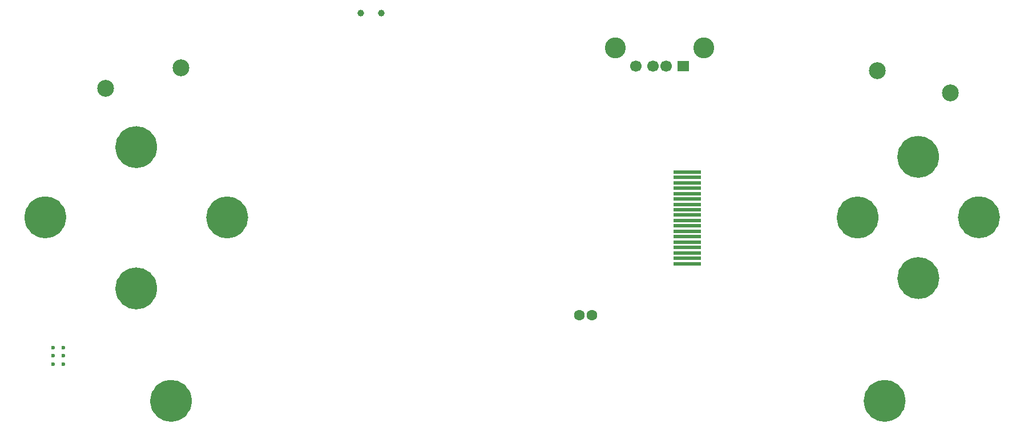
<source format=gbr>
%TF.GenerationSoftware,KiCad,Pcbnew,(5.1.6)-1*%
%TF.CreationDate,2021-04-26T08:49:06+02:00*%
%TF.ProjectId,GameboyPi,47616d65-626f-4795-9069-2e6b69636164,rev?*%
%TF.SameCoordinates,Original*%
%TF.FileFunction,Soldermask,Bot*%
%TF.FilePolarity,Negative*%
%FSLAX46Y46*%
G04 Gerber Fmt 4.6, Leading zero omitted, Abs format (unit mm)*
G04 Created by KiCad (PCBNEW (5.1.6)-1) date 2021-04-26 08:49:06*
%MOMM*%
%LPD*%
G01*
G04 APERTURE LIST*
%ADD10C,3.100000*%
%ADD11R,4.100000X0.600000*%
%ADD12C,1.700000*%
%ADD13R,1.700000X1.600000*%
%ADD14C,3.100000*%
%ADD15C,0.600000*%
%ADD16C,1.600000*%
%ADD17C,1.000000*%
%ADD18C,2.500000*%
G04 APERTURE END LIST*
D10*
%TO.C,SW8*%
X92240000Y-89780000D02*
G75*
G03*
X92240000Y-89780000I-1550000J0D01*
G01*
%TO.C,SW6*%
X78750000Y-100210000D02*
G75*
G03*
X78750000Y-100210000I-1550000J0D01*
G01*
%TO.C,SW9*%
X105730000Y-100220000D02*
G75*
G03*
X105730000Y-100220000I-1550000J0D01*
G01*
%TO.C,SW7*%
X92240000Y-110770000D02*
G75*
G03*
X92240000Y-110770000I-1550000J0D01*
G01*
%TO.C,SW11*%
X97400000Y-127470000D02*
G75*
G03*
X97400000Y-127470000I-1550000J0D01*
G01*
%TO.C,SW10*%
X203250000Y-127470000D02*
G75*
G03*
X203250000Y-127470000I-1550000J0D01*
G01*
%TO.C,SW2*%
X208250000Y-109230000D02*
G75*
G03*
X208250000Y-109230000I-1550000J0D01*
G01*
%TO.C,SW4*%
X199250000Y-100230000D02*
G75*
G03*
X199250000Y-100230000I-1550000J0D01*
G01*
%TO.C,SW1*%
X208230000Y-91220000D02*
G75*
G03*
X208230000Y-91220000I-1550000J0D01*
G01*
%TO.C,SW3*%
X217240000Y-100200000D02*
G75*
G03*
X217240000Y-100200000I-1550000J0D01*
G01*
%TD*%
D11*
%TO.C,LCD1*%
X172436000Y-107081000D03*
X172436000Y-106281000D03*
X172436000Y-105481000D03*
X172436000Y-104681000D03*
X172436000Y-103881000D03*
X172436000Y-103081000D03*
X172436000Y-102281000D03*
X172436000Y-101481000D03*
X172436000Y-100681000D03*
X172436000Y-99881000D03*
X172436000Y-99081000D03*
X172436000Y-98281000D03*
X172436000Y-97481000D03*
X172436000Y-96681000D03*
X172436000Y-95881000D03*
X172436000Y-95081000D03*
X172436000Y-94281000D03*
X172436000Y-93481000D03*
%TD*%
D12*
%TO.C,J8*%
X164800000Y-77741000D03*
X167300000Y-77741000D03*
X169300000Y-77741000D03*
D13*
X171800000Y-77741000D03*
D14*
X161730000Y-75031000D03*
X174870000Y-75031000D03*
%TD*%
D15*
%TO.C,U4*%
X79860000Y-119530000D03*
X79860000Y-120780000D03*
X79860000Y-122030000D03*
X78360000Y-122030000D03*
X78360000Y-120780000D03*
X78360000Y-119530000D03*
%TD*%
D16*
%TO.C,U1*%
X156400000Y-114760000D03*
X158300000Y-114760000D03*
%TD*%
D17*
%TO.C,SW12*%
X124015000Y-69897500D03*
X127015000Y-69897500D03*
%TD*%
D18*
%TO.C,J4*%
X86170000Y-81080000D03*
%TD*%
%TO.C,J3*%
X97360000Y-78020000D03*
%TD*%
%TO.C,J2*%
X211460000Y-81710000D03*
%TD*%
%TO.C,J1*%
X200620000Y-78420000D03*
%TD*%
M02*

</source>
